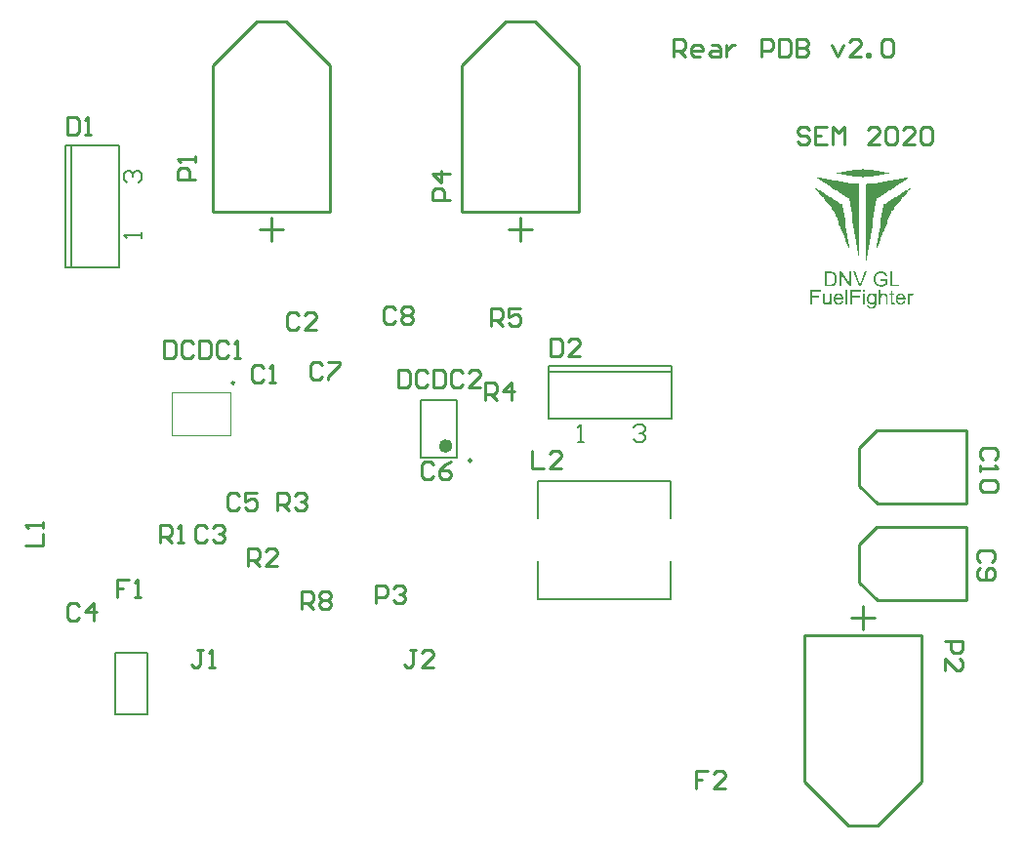
<source format=gto>
G04*
G04 #@! TF.GenerationSoftware,Altium Limited,Altium Designer,20.0.12 (288)*
G04*
G04 Layer_Color=65535*
%FSLAX25Y25*%
%MOIN*%
G70*
G01*
G75*
%ADD10C,0.00984*%
%ADD11C,0.02362*%
%ADD12C,0.01000*%
%ADD13C,0.00787*%
%ADD14C,0.00394*%
%ADD15C,0.00591*%
G36*
X374123Y260605D02*
X375877D01*
Y260313D01*
X377630D01*
Y260021D01*
X379384D01*
Y259728D01*
X381138D01*
Y259436D01*
X382891D01*
Y259144D01*
X381138D01*
Y258852D01*
X379384D01*
Y258559D01*
X377630D01*
Y258267D01*
X375877D01*
Y257975D01*
X374123D01*
Y257682D01*
X373539D01*
Y257975D01*
X371785D01*
Y258267D01*
X370031D01*
Y258559D01*
X368278D01*
Y258852D01*
X366524D01*
Y259144D01*
X364771D01*
Y259436D01*
X366524D01*
Y259728D01*
X368278D01*
Y260021D01*
X370031D01*
Y260313D01*
X371785D01*
Y260605D01*
X373539D01*
Y260897D01*
X374123D01*
Y260605D01*
D02*
G37*
G36*
X390198Y253883D02*
X389906D01*
Y253591D01*
X389614D01*
Y253298D01*
X389321D01*
Y253006D01*
X389029D01*
Y252714D01*
X388737D01*
Y252421D01*
Y252129D01*
X388444D01*
Y251837D01*
X388152D01*
Y251545D01*
X387860D01*
Y251252D01*
X387568D01*
Y250960D01*
X387275D01*
Y250668D01*
Y250376D01*
X386983D01*
Y250083D01*
X386691D01*
Y249791D01*
X386399D01*
Y249499D01*
X386106D01*
Y249207D01*
X385814D01*
Y248914D01*
Y248622D01*
X385522D01*
Y248330D01*
X385229D01*
Y248038D01*
X384937D01*
Y247745D01*
X384645D01*
Y247453D01*
X384353D01*
Y247161D01*
Y246868D01*
X384060D01*
Y246576D01*
X383768D01*
Y246284D01*
X383476D01*
Y245992D01*
Y245699D01*
Y245407D01*
X383184D01*
Y245115D01*
Y244823D01*
X382891D01*
Y244530D01*
Y244238D01*
Y243946D01*
X382599D01*
Y243653D01*
Y243361D01*
X382307D01*
Y243069D01*
Y242777D01*
Y242484D01*
X382014D01*
Y242192D01*
Y241900D01*
X381722D01*
Y241607D01*
Y241315D01*
Y241023D01*
X381430D01*
Y240731D01*
Y240438D01*
X381138D01*
Y240146D01*
Y239854D01*
Y239562D01*
X380845D01*
Y239269D01*
Y238977D01*
X380553D01*
Y238685D01*
Y238392D01*
Y238100D01*
X380261D01*
Y237808D01*
Y237516D01*
X379969D01*
Y237223D01*
Y236931D01*
Y236639D01*
X379676D01*
Y236347D01*
Y236054D01*
X379384D01*
Y235762D01*
Y235470D01*
Y235177D01*
X379092D01*
Y234885D01*
Y234593D01*
X378800D01*
Y234301D01*
Y234008D01*
Y233716D01*
X378507D01*
Y234008D01*
Y234301D01*
Y234593D01*
Y234885D01*
Y235177D01*
Y235470D01*
X378800D01*
Y235762D01*
Y236054D01*
Y236347D01*
Y236639D01*
Y236931D01*
Y237223D01*
X379092D01*
Y237516D01*
Y237808D01*
Y238100D01*
Y238392D01*
Y238685D01*
Y238977D01*
X379384D01*
Y239269D01*
Y239562D01*
Y239854D01*
Y240146D01*
Y240438D01*
X379676D01*
Y240731D01*
Y241023D01*
Y241315D01*
Y241607D01*
Y241900D01*
Y242192D01*
X379969D01*
Y242484D01*
Y242777D01*
Y243069D01*
Y243361D01*
Y243653D01*
Y243946D01*
X380261D01*
Y244238D01*
Y244530D01*
Y244823D01*
Y245115D01*
Y245407D01*
Y245699D01*
X380553D01*
Y245992D01*
Y246284D01*
Y246576D01*
Y246868D01*
Y247161D01*
Y247453D01*
X380845D01*
Y247745D01*
Y248038D01*
Y248330D01*
Y248622D01*
X381430D01*
Y248914D01*
X381722D01*
Y249207D01*
X382307D01*
Y249499D01*
X382599D01*
Y249791D01*
X383184D01*
Y250083D01*
X383476D01*
Y250376D01*
X384060D01*
Y250668D01*
X384645D01*
Y250960D01*
X384937D01*
Y251252D01*
X385522D01*
Y251545D01*
X385814D01*
Y251837D01*
X386399D01*
Y252129D01*
X386691D01*
Y252421D01*
X387275D01*
Y252714D01*
X387860D01*
Y253006D01*
X388152D01*
Y253298D01*
X388737D01*
Y253591D01*
X389029D01*
Y253883D01*
X389614D01*
Y254175D01*
X390198D01*
Y253883D01*
D02*
G37*
G36*
X358048D02*
X358633D01*
Y253591D01*
X358925D01*
Y253298D01*
X359510D01*
Y253006D01*
X359802D01*
Y252714D01*
X360386D01*
Y252421D01*
X360679D01*
Y252129D01*
X361263D01*
Y251837D01*
X361848D01*
Y251545D01*
X362140D01*
Y251252D01*
X362725D01*
Y250960D01*
X363017D01*
Y250668D01*
X363601D01*
Y250376D01*
X363894D01*
Y250083D01*
X364478D01*
Y249791D01*
X365063D01*
Y249499D01*
X365355D01*
Y249207D01*
X365940D01*
Y248914D01*
X366232D01*
Y248622D01*
X366816D01*
Y248330D01*
Y248038D01*
Y247745D01*
Y247453D01*
X367109D01*
Y247161D01*
Y246868D01*
Y246576D01*
Y246284D01*
Y245992D01*
Y245699D01*
X367401D01*
Y245407D01*
Y245115D01*
Y244823D01*
Y244530D01*
Y244238D01*
Y243946D01*
X367693D01*
Y243653D01*
Y243361D01*
Y243069D01*
Y242777D01*
Y242484D01*
Y242192D01*
X367986D01*
Y241900D01*
Y241607D01*
Y241315D01*
Y241023D01*
Y240731D01*
Y240438D01*
X368278D01*
Y240146D01*
Y239854D01*
Y239562D01*
Y239269D01*
Y238977D01*
Y238685D01*
X368570D01*
Y238392D01*
Y238100D01*
Y237808D01*
Y237516D01*
Y237223D01*
Y236931D01*
X368862D01*
Y236639D01*
Y236347D01*
Y236054D01*
Y235762D01*
Y235470D01*
Y235177D01*
X369155D01*
Y234885D01*
Y234593D01*
Y234301D01*
Y234008D01*
Y233716D01*
X368862D01*
Y234008D01*
Y234301D01*
X368570D01*
Y234593D01*
Y234885D01*
Y235177D01*
X368278D01*
Y235470D01*
Y235762D01*
X367986D01*
Y236054D01*
Y236347D01*
Y236639D01*
X367693D01*
Y236931D01*
Y237223D01*
X367401D01*
Y237516D01*
Y237808D01*
Y238100D01*
X367109D01*
Y238392D01*
Y238685D01*
X366816D01*
Y238977D01*
Y239269D01*
Y239562D01*
X366524D01*
Y239854D01*
Y240146D01*
X366232D01*
Y240438D01*
Y240731D01*
Y241023D01*
X365940D01*
Y241315D01*
Y241607D01*
X365647D01*
Y241900D01*
Y242192D01*
Y242484D01*
X365355D01*
Y242777D01*
Y243069D01*
X365063D01*
Y243361D01*
Y243653D01*
Y243946D01*
X364771D01*
Y244238D01*
Y244530D01*
X364478D01*
Y244823D01*
Y245115D01*
Y245407D01*
X364186D01*
Y245699D01*
Y245992D01*
X363894D01*
Y246284D01*
Y246576D01*
X363601D01*
Y246868D01*
X363309D01*
Y247161D01*
Y247453D01*
X363017D01*
Y247745D01*
X362725D01*
Y248038D01*
X362432D01*
Y248330D01*
X362140D01*
Y248622D01*
X361848D01*
Y248914D01*
Y249207D01*
X361556D01*
Y249499D01*
X361263D01*
Y249791D01*
X360971D01*
Y250083D01*
X360679D01*
Y250376D01*
X360386D01*
Y250668D01*
Y250960D01*
X360094D01*
Y251252D01*
X359802D01*
Y251545D01*
X359510D01*
Y251837D01*
X359217D01*
Y252129D01*
X358925D01*
Y252421D01*
Y252714D01*
X358633D01*
Y253006D01*
X358341D01*
Y253298D01*
X358048D01*
Y253591D01*
X357756D01*
Y253883D01*
X357464D01*
Y254175D01*
X358048D01*
Y253883D01*
D02*
G37*
G36*
X389321Y257390D02*
X388737D01*
Y257098D01*
X388444D01*
Y256806D01*
X387860D01*
Y256513D01*
X387568D01*
Y256221D01*
X386983D01*
Y255929D01*
X386691D01*
Y255637D01*
X386106D01*
Y255344D01*
X385814D01*
Y255052D01*
X385229D01*
Y254760D01*
X384937D01*
Y254467D01*
X384353D01*
Y254175D01*
X383768D01*
Y253883D01*
X383476D01*
Y253591D01*
X382891D01*
Y253298D01*
X382599D01*
Y253006D01*
X382014D01*
Y252714D01*
X381722D01*
Y252421D01*
X381138D01*
Y252129D01*
X380845D01*
Y251837D01*
X380261D01*
Y251545D01*
X379969D01*
Y251252D01*
X379384D01*
Y250960D01*
X379092D01*
Y250668D01*
X378507D01*
Y250376D01*
Y250083D01*
Y249791D01*
X378215D01*
Y249499D01*
Y249207D01*
Y248914D01*
Y248622D01*
Y248330D01*
Y248038D01*
X377923D01*
Y247745D01*
Y247453D01*
Y247161D01*
Y246868D01*
Y246576D01*
Y246284D01*
Y245992D01*
X377630D01*
Y245699D01*
Y245407D01*
Y245115D01*
Y244823D01*
Y244530D01*
Y244238D01*
X377338D01*
Y243946D01*
Y243653D01*
Y243361D01*
Y243069D01*
Y242777D01*
Y242484D01*
X377046D01*
Y242192D01*
Y241900D01*
Y241607D01*
Y241315D01*
Y241023D01*
Y240731D01*
Y240438D01*
X376754D01*
Y240146D01*
Y239854D01*
Y239562D01*
Y239269D01*
Y238977D01*
Y238685D01*
X376461D01*
Y238392D01*
Y238100D01*
Y237808D01*
Y237516D01*
Y237223D01*
Y236931D01*
Y236639D01*
X376169D01*
Y236347D01*
Y236054D01*
Y235762D01*
Y235470D01*
Y235177D01*
Y234885D01*
X375877D01*
Y234593D01*
Y234301D01*
Y234008D01*
Y233716D01*
Y233424D01*
Y233132D01*
X375585D01*
Y232839D01*
Y232547D01*
Y232255D01*
Y231962D01*
Y231670D01*
Y231378D01*
Y231086D01*
X375292D01*
Y230793D01*
Y230501D01*
Y230209D01*
Y229917D01*
Y229624D01*
Y229332D01*
X375000D01*
Y229624D01*
Y229917D01*
Y230209D01*
Y230501D01*
Y230793D01*
Y231086D01*
Y231378D01*
Y231670D01*
Y231962D01*
Y232255D01*
Y232547D01*
Y232839D01*
Y233132D01*
Y233424D01*
Y233716D01*
Y234008D01*
Y234301D01*
Y234593D01*
Y234885D01*
Y235177D01*
Y235470D01*
Y235762D01*
Y236054D01*
Y236347D01*
Y236639D01*
Y236931D01*
Y237223D01*
Y237516D01*
Y237808D01*
Y238100D01*
Y238392D01*
Y238685D01*
Y238977D01*
Y239269D01*
Y239562D01*
Y239854D01*
Y240146D01*
Y240438D01*
Y240731D01*
Y241023D01*
Y241315D01*
Y241607D01*
Y241900D01*
Y242192D01*
Y242484D01*
Y242777D01*
Y243069D01*
Y243361D01*
Y243653D01*
Y243946D01*
Y244238D01*
Y244530D01*
Y244823D01*
Y245115D01*
Y245407D01*
Y245699D01*
Y245992D01*
Y246284D01*
Y246576D01*
Y246868D01*
Y247161D01*
Y247453D01*
Y247745D01*
Y248038D01*
Y248330D01*
Y248622D01*
Y248914D01*
Y249207D01*
Y249499D01*
Y249791D01*
Y250083D01*
Y250376D01*
Y250668D01*
Y250960D01*
Y251252D01*
Y251545D01*
Y251837D01*
Y252129D01*
Y252421D01*
Y252714D01*
Y253006D01*
Y253298D01*
Y253591D01*
Y253883D01*
Y254175D01*
Y254467D01*
Y254760D01*
Y255052D01*
Y255344D01*
X375292D01*
Y255637D01*
X377046D01*
Y255929D01*
X378800D01*
Y256221D01*
X380553D01*
Y256513D01*
X382307D01*
Y256806D01*
X384060D01*
Y257098D01*
X386106D01*
Y257390D01*
X387860D01*
Y257682D01*
X389321D01*
Y257390D01*
D02*
G37*
G36*
X359802D02*
X361556D01*
Y257098D01*
X363309D01*
Y256806D01*
X365355D01*
Y256513D01*
X367109D01*
Y256221D01*
X368862D01*
Y255929D01*
X370616D01*
Y255637D01*
X372370D01*
Y255344D01*
X372662D01*
Y255052D01*
Y254760D01*
Y254467D01*
Y254175D01*
Y253883D01*
Y253591D01*
Y253298D01*
Y253006D01*
Y252714D01*
Y252421D01*
Y252129D01*
Y251837D01*
Y251545D01*
Y251252D01*
Y250960D01*
Y250668D01*
Y250376D01*
Y250083D01*
Y249791D01*
Y249499D01*
Y249207D01*
Y248914D01*
Y248622D01*
Y248330D01*
Y248038D01*
Y247745D01*
Y247453D01*
Y247161D01*
Y246868D01*
Y246576D01*
Y246284D01*
Y245992D01*
Y245699D01*
Y245407D01*
Y245115D01*
Y244823D01*
Y244530D01*
Y244238D01*
Y243946D01*
Y243653D01*
Y243361D01*
Y243069D01*
Y242777D01*
Y242484D01*
Y242192D01*
Y241900D01*
Y241607D01*
Y241315D01*
Y241023D01*
Y240731D01*
Y240438D01*
Y240146D01*
Y239854D01*
Y239562D01*
Y239269D01*
Y238977D01*
Y238685D01*
Y238392D01*
Y238100D01*
Y237808D01*
Y237516D01*
Y237223D01*
Y236931D01*
Y236639D01*
Y236347D01*
Y236054D01*
Y235762D01*
Y235470D01*
Y235177D01*
Y234885D01*
Y234593D01*
Y234301D01*
Y234008D01*
Y233716D01*
Y233424D01*
Y233132D01*
Y232839D01*
Y232547D01*
Y232255D01*
Y231962D01*
Y231670D01*
Y231378D01*
Y231086D01*
Y230793D01*
Y230501D01*
Y230209D01*
Y229917D01*
Y229624D01*
Y229332D01*
Y229040D01*
X372370D01*
Y229332D01*
Y229624D01*
Y229917D01*
Y230209D01*
Y230501D01*
Y230793D01*
Y231086D01*
X372077D01*
Y231378D01*
Y231670D01*
Y231962D01*
Y232255D01*
Y232547D01*
Y232839D01*
X371785D01*
Y233132D01*
Y233424D01*
Y233716D01*
Y234008D01*
Y234301D01*
Y234593D01*
Y234885D01*
X371493D01*
Y235177D01*
Y235470D01*
Y235762D01*
Y236054D01*
Y236347D01*
Y236639D01*
X371200D01*
Y236931D01*
Y237223D01*
Y237516D01*
Y237808D01*
Y238100D01*
Y238392D01*
X370908D01*
Y238685D01*
Y238977D01*
Y239269D01*
Y239562D01*
Y239854D01*
Y240146D01*
Y240438D01*
X370616D01*
Y240731D01*
Y241023D01*
Y241315D01*
Y241607D01*
Y241900D01*
Y242192D01*
X370324D01*
Y242484D01*
Y242777D01*
Y243069D01*
Y243361D01*
Y243653D01*
Y243946D01*
Y244238D01*
X370031D01*
Y244530D01*
Y244823D01*
Y245115D01*
Y245407D01*
Y245699D01*
Y245992D01*
X369739D01*
Y246284D01*
Y246576D01*
Y246868D01*
Y247161D01*
Y247453D01*
Y247745D01*
X369447D01*
Y248038D01*
Y248330D01*
Y248622D01*
Y248914D01*
Y249207D01*
Y249499D01*
Y249791D01*
X369155D01*
Y250083D01*
Y250376D01*
Y250668D01*
X368570D01*
Y250960D01*
X368278D01*
Y251252D01*
X367693D01*
Y251545D01*
X367401D01*
Y251837D01*
X366816D01*
Y252129D01*
X366524D01*
Y252421D01*
X365940D01*
Y252714D01*
X365647D01*
Y253006D01*
X365063D01*
Y253298D01*
X364478D01*
Y253591D01*
X364186D01*
Y253883D01*
X363601D01*
Y254175D01*
X363309D01*
Y254467D01*
X362725D01*
Y254760D01*
X362432D01*
Y255052D01*
X361848D01*
Y255344D01*
X361556D01*
Y255637D01*
X360971D01*
Y255929D01*
X360679D01*
Y256221D01*
X360094D01*
Y256513D01*
X359802D01*
Y256806D01*
X359217D01*
Y257098D01*
X358925D01*
Y257390D01*
X358341D01*
Y257682D01*
X359802D01*
Y257390D01*
D02*
G37*
G36*
X380129Y225746D02*
X380187D01*
X380326Y225731D01*
X380479Y225709D01*
X380639Y225673D01*
X380814Y225629D01*
X380982Y225571D01*
X380989D01*
X381003Y225564D01*
X381025Y225556D01*
X381054Y225542D01*
X381135Y225498D01*
X381237Y225447D01*
X381346Y225374D01*
X381463Y225287D01*
X381572Y225192D01*
X381674Y225075D01*
X381689Y225061D01*
X381718Y225017D01*
X381762Y224951D01*
X381820Y224856D01*
X381878Y224740D01*
X381944Y224594D01*
X382010Y224434D01*
X382061Y224251D01*
X381455Y224091D01*
Y224098D01*
X381448Y224106D01*
X381441Y224128D01*
X381434Y224157D01*
X381412Y224222D01*
X381382Y224310D01*
X381339Y224412D01*
X381288Y224506D01*
X381237Y224609D01*
X381171Y224696D01*
X381164Y224703D01*
X381142Y224732D01*
X381098Y224769D01*
X381047Y224820D01*
X380982Y224878D01*
X380894Y224937D01*
X380799Y224995D01*
X380690Y225046D01*
X380675Y225053D01*
X380639Y225068D01*
X380573Y225090D01*
X380486Y225119D01*
X380384Y225141D01*
X380267Y225163D01*
X380136Y225177D01*
X379997Y225184D01*
X379917D01*
X379881Y225177D01*
X379837D01*
X379728Y225170D01*
X379604Y225148D01*
X379465Y225126D01*
X379334Y225090D01*
X379203Y225039D01*
X379188Y225031D01*
X379145Y225017D01*
X379086Y224980D01*
X379013Y224944D01*
X378926Y224886D01*
X378831Y224827D01*
X378744Y224754D01*
X378663Y224674D01*
X378656Y224667D01*
X378627Y224638D01*
X378590Y224587D01*
X378547Y224528D01*
X378496Y224455D01*
X378445Y224368D01*
X378394Y224273D01*
X378343Y224171D01*
Y224164D01*
X378335Y224149D01*
X378328Y224128D01*
X378313Y224091D01*
X378299Y224047D01*
X378284Y223996D01*
X378262Y223938D01*
X378248Y223872D01*
X378211Y223719D01*
X378182Y223544D01*
X378160Y223362D01*
X378153Y223158D01*
Y223151D01*
Y223129D01*
Y223092D01*
X378160Y223048D01*
Y222990D01*
X378168Y222917D01*
X378175Y222844D01*
X378182Y222764D01*
X378211Y222582D01*
X378248Y222392D01*
X378306Y222203D01*
X378379Y222021D01*
Y222013D01*
X378394Y221999D01*
X378401Y221977D01*
X378423Y221948D01*
X378474Y221868D01*
X378554Y221765D01*
X378649Y221656D01*
X378765Y221547D01*
X378904Y221445D01*
X379057Y221350D01*
X379064D01*
X379079Y221343D01*
X379101Y221328D01*
X379137Y221314D01*
X379174Y221299D01*
X379225Y221284D01*
X379341Y221241D01*
X379487Y221204D01*
X379647Y221168D01*
X379822Y221139D01*
X380005Y221131D01*
X380078D01*
X380121Y221139D01*
X380165D01*
X380275Y221153D01*
X380406Y221168D01*
X380544Y221197D01*
X380697Y221241D01*
X380850Y221292D01*
X380858D01*
X380872Y221299D01*
X380887Y221306D01*
X380916Y221321D01*
X380996Y221357D01*
X381084Y221401D01*
X381186Y221452D01*
X381295Y221510D01*
X381397Y221576D01*
X381485Y221649D01*
Y222597D01*
X379997D01*
Y223194D01*
X382141D01*
Y221321D01*
X382133Y221314D01*
X382119Y221306D01*
X382090Y221284D01*
X382053Y221255D01*
X382010Y221226D01*
X381958Y221190D01*
X381893Y221146D01*
X381827Y221102D01*
X381674Y221007D01*
X381499Y220905D01*
X381317Y220811D01*
X381120Y220730D01*
X381113D01*
X381098Y220723D01*
X381069Y220716D01*
X381033Y220701D01*
X380982Y220687D01*
X380923Y220665D01*
X380858Y220650D01*
X380792Y220636D01*
X380632Y220599D01*
X380449Y220563D01*
X380253Y220541D01*
X380048Y220533D01*
X379976D01*
X379925Y220541D01*
X379859D01*
X379779Y220548D01*
X379691Y220563D01*
X379596Y220570D01*
X379385Y220614D01*
X379159Y220665D01*
X378926Y220745D01*
X378809Y220789D01*
X378693Y220847D01*
X378685Y220854D01*
X378663Y220862D01*
X378634Y220883D01*
X378590Y220905D01*
X378539Y220942D01*
X378488Y220978D01*
X378350Y221080D01*
X378204Y221212D01*
X378051Y221372D01*
X377905Y221554D01*
X377774Y221765D01*
Y221773D01*
X377759Y221795D01*
X377745Y221824D01*
X377723Y221875D01*
X377701Y221926D01*
X377679Y221999D01*
X377650Y222072D01*
X377621Y222159D01*
X377592Y222254D01*
X377563Y222363D01*
X377541Y222473D01*
X377519Y222589D01*
X377482Y222844D01*
X377468Y223114D01*
Y223121D01*
Y223151D01*
Y223187D01*
X377475Y223238D01*
Y223304D01*
X377482Y223384D01*
X377497Y223464D01*
X377504Y223559D01*
X377526Y223661D01*
X377541Y223770D01*
X377599Y224004D01*
X377672Y224244D01*
X377774Y224485D01*
X377781Y224492D01*
X377789Y224514D01*
X377803Y224543D01*
X377832Y224587D01*
X377861Y224645D01*
X377898Y224703D01*
X378000Y224842D01*
X378124Y225002D01*
X378277Y225155D01*
X378452Y225308D01*
X378554Y225374D01*
X378656Y225440D01*
X378663Y225447D01*
X378685Y225454D01*
X378714Y225469D01*
X378758Y225491D01*
X378817Y225513D01*
X378882Y225542D01*
X378955Y225571D01*
X379043Y225600D01*
X379137Y225629D01*
X379239Y225651D01*
X379349Y225680D01*
X379465Y225702D01*
X379720Y225739D01*
X379852Y225753D01*
X380085D01*
X380129Y225746D01*
D02*
G37*
G36*
X369857Y220621D02*
X369164D01*
X366526Y224579D01*
Y220621D01*
X365884D01*
Y225666D01*
X366569D01*
X369215Y221700D01*
Y225666D01*
X369857D01*
Y220621D01*
D02*
G37*
G36*
X373108D02*
X372409D01*
X370455Y225666D01*
X371184D01*
X372496Y221999D01*
Y221991D01*
X372503Y221977D01*
X372511Y221955D01*
X372525Y221926D01*
X372533Y221882D01*
X372547Y221838D01*
X372584Y221729D01*
X372627Y221605D01*
X372671Y221467D01*
X372759Y221175D01*
Y221182D01*
X372766Y221197D01*
X372773Y221219D01*
X372780Y221248D01*
X372802Y221328D01*
X372839Y221437D01*
X372875Y221561D01*
X372919Y221700D01*
X372970Y221846D01*
X373028Y221999D01*
X374399Y225666D01*
X375077D01*
X373108Y220621D01*
D02*
G37*
G36*
X383766Y221219D02*
X386252D01*
Y220621D01*
X383096D01*
Y225666D01*
X383766D01*
Y221219D01*
D02*
G37*
G36*
X362873Y225658D02*
X363019Y225651D01*
X363165Y225637D01*
X363311Y225615D01*
X363435Y225593D01*
X363442D01*
X363456Y225586D01*
X363478D01*
X363508Y225571D01*
X363588Y225549D01*
X363690Y225513D01*
X363806Y225462D01*
X363930Y225396D01*
X364054Y225323D01*
X364171Y225228D01*
X364178Y225221D01*
X364185Y225214D01*
X364207Y225192D01*
X364236Y225170D01*
X364309Y225097D01*
X364397Y224995D01*
X364492Y224871D01*
X364594Y224725D01*
X364688Y224558D01*
X364769Y224368D01*
Y224361D01*
X364776Y224346D01*
X364791Y224317D01*
X364798Y224273D01*
X364820Y224222D01*
X364834Y224164D01*
X364849Y224098D01*
X364871Y224018D01*
X364893Y223938D01*
X364907Y223843D01*
X364944Y223639D01*
X364966Y223413D01*
X364973Y223165D01*
Y223158D01*
Y223143D01*
Y223107D01*
Y223070D01*
X364966Y223019D01*
Y222961D01*
X364958Y222823D01*
X364936Y222662D01*
X364914Y222495D01*
X364878Y222320D01*
X364834Y222145D01*
Y222137D01*
X364827Y222123D01*
X364820Y222101D01*
X364812Y222072D01*
X364783Y221991D01*
X364739Y221889D01*
X364696Y221773D01*
X364637Y221656D01*
X364564Y221532D01*
X364492Y221416D01*
X364484Y221401D01*
X364455Y221365D01*
X364411Y221314D01*
X364353Y221248D01*
X364287Y221175D01*
X364207Y221102D01*
X364127Y221022D01*
X364032Y220956D01*
X364018Y220949D01*
X363989Y220927D01*
X363938Y220898D01*
X363865Y220862D01*
X363777Y220818D01*
X363675Y220781D01*
X363559Y220738D01*
X363427Y220701D01*
X363413D01*
X363391Y220694D01*
X363369Y220687D01*
X363296Y220679D01*
X363194Y220665D01*
X363077Y220650D01*
X362939Y220636D01*
X362786Y220628D01*
X362618Y220621D01*
X360803D01*
Y225666D01*
X362742D01*
X362873Y225658D01*
D02*
G37*
G36*
X374472Y218817D02*
X373852D01*
Y219525D01*
X374472D01*
Y218817D01*
D02*
G37*
G36*
X390604Y218212D02*
X390685Y218198D01*
X390779Y218169D01*
X390881Y218132D01*
X390998Y218081D01*
X391122Y218016D01*
X390896Y217447D01*
X390889Y217454D01*
X390860Y217469D01*
X390816Y217491D01*
X390757Y217512D01*
X390692Y217534D01*
X390612Y217556D01*
X390531Y217571D01*
X390451Y217578D01*
X390415D01*
X390378Y217571D01*
X390327Y217564D01*
X390276Y217549D01*
X390211Y217527D01*
X390145Y217498D01*
X390087Y217454D01*
X390079Y217447D01*
X390058Y217432D01*
X390036Y217403D01*
X389999Y217367D01*
X389963Y217316D01*
X389926Y217257D01*
X389890Y217192D01*
X389861Y217112D01*
X389854Y217097D01*
X389846Y217053D01*
X389832Y216988D01*
X389810Y216900D01*
X389788Y216791D01*
X389773Y216667D01*
X389766Y216536D01*
X389759Y216390D01*
Y214480D01*
X389139D01*
Y218139D01*
X389700D01*
Y217585D01*
X389708Y217593D01*
X389737Y217644D01*
X389773Y217709D01*
X389832Y217790D01*
X389890Y217870D01*
X389956Y217957D01*
X390021Y218030D01*
X390087Y218088D01*
X390094Y218096D01*
X390116Y218110D01*
X390160Y218132D01*
X390203Y218154D01*
X390262Y218176D01*
X390335Y218198D01*
X390408Y218212D01*
X390488Y218220D01*
X390539D01*
X390604Y218212D01*
D02*
G37*
G36*
X363085Y214480D02*
X362531D01*
Y215012D01*
X362523Y215005D01*
X362509Y214983D01*
X362487Y214954D01*
X362450Y214917D01*
X362407Y214874D01*
X362356Y214815D01*
X362297Y214764D01*
X362224Y214706D01*
X362144Y214648D01*
X362057Y214597D01*
X361962Y214545D01*
X361860Y214494D01*
X361743Y214458D01*
X361627Y214429D01*
X361495Y214407D01*
X361364Y214400D01*
X361313D01*
X361248Y214407D01*
X361167Y214414D01*
X361073Y214429D01*
X360970Y214451D01*
X360869Y214480D01*
X360759Y214524D01*
X360745Y214531D01*
X360715Y214545D01*
X360664Y214575D01*
X360606Y214611D01*
X360533Y214655D01*
X360468Y214706D01*
X360402Y214764D01*
X360344Y214830D01*
X360336Y214837D01*
X360322Y214866D01*
X360300Y214903D01*
X360271Y214961D01*
X360234Y215027D01*
X360205Y215107D01*
X360176Y215194D01*
X360154Y215289D01*
Y215296D01*
X360147Y215325D01*
X360139Y215369D01*
Y215428D01*
X360132Y215515D01*
X360125Y215610D01*
X360118Y215734D01*
Y215872D01*
Y218139D01*
X360737D01*
Y216106D01*
Y216098D01*
Y216084D01*
Y216062D01*
Y216025D01*
Y215945D01*
X360745Y215843D01*
Y215734D01*
X360752Y215624D01*
X360759Y215530D01*
X360774Y215449D01*
Y215442D01*
X360788Y215413D01*
X360803Y215369D01*
X360825Y215311D01*
X360861Y215253D01*
X360905Y215187D01*
X360956Y215129D01*
X361022Y215070D01*
X361029Y215063D01*
X361058Y215049D01*
X361094Y215027D01*
X361153Y215005D01*
X361218Y214976D01*
X361299Y214954D01*
X361386Y214939D01*
X361488Y214932D01*
X361539D01*
X361590Y214939D01*
X361656Y214946D01*
X361736Y214968D01*
X361824Y214990D01*
X361918Y215027D01*
X362013Y215070D01*
X362028Y215078D01*
X362057Y215100D01*
X362101Y215129D01*
X362152Y215172D01*
X362210Y215231D01*
X362268Y215296D01*
X362319Y215369D01*
X362363Y215457D01*
X362370Y215471D01*
X362378Y215500D01*
X362392Y215559D01*
X362414Y215639D01*
X362436Y215741D01*
X362450Y215865D01*
X362458Y216011D01*
X362465Y216178D01*
Y218139D01*
X363085D01*
Y214480D01*
D02*
G37*
G36*
X379961Y217717D02*
X379968Y217724D01*
X379983Y217739D01*
X380005Y217760D01*
X380041Y217797D01*
X380078Y217833D01*
X380129Y217877D01*
X380194Y217921D01*
X380260Y217972D01*
X380333Y218016D01*
X380413Y218059D01*
X380603Y218139D01*
X380705Y218176D01*
X380814Y218198D01*
X380931Y218212D01*
X381047Y218220D01*
X381113D01*
X381193Y218212D01*
X381288Y218198D01*
X381397Y218183D01*
X381514Y218154D01*
X381630Y218110D01*
X381747Y218059D01*
X381762Y218052D01*
X381798Y218030D01*
X381849Y217994D01*
X381915Y217943D01*
X381980Y217877D01*
X382053Y217804D01*
X382119Y217717D01*
X382177Y217615D01*
X382184Y217600D01*
X382199Y217564D01*
X382221Y217498D01*
X382243Y217403D01*
X382265Y217286D01*
X382287Y217148D01*
X382301Y216980D01*
X382308Y216791D01*
Y214480D01*
X381689D01*
Y216798D01*
Y216805D01*
Y216820D01*
Y216842D01*
Y216871D01*
X381681Y216951D01*
X381667Y217053D01*
X381638Y217163D01*
X381601Y217272D01*
X381550Y217381D01*
X381485Y217469D01*
X381477Y217476D01*
X381448Y217505D01*
X381404Y217542D01*
X381339Y217578D01*
X381259Y217622D01*
X381164Y217651D01*
X381047Y217680D01*
X380916Y217688D01*
X380872D01*
X380821Y217680D01*
X380748Y217673D01*
X380675Y217651D01*
X380588Y217629D01*
X380501Y217593D01*
X380406Y217542D01*
X380398Y217534D01*
X380369Y217512D01*
X380326Y217483D01*
X380275Y217440D01*
X380216Y217381D01*
X380158Y217316D01*
X380107Y217235D01*
X380063Y217148D01*
X380056Y217133D01*
X380048Y217104D01*
X380034Y217046D01*
X380012Y216973D01*
X379990Y216878D01*
X379976Y216762D01*
X379968Y216630D01*
X379961Y216477D01*
Y214480D01*
X379341D01*
Y219525D01*
X379961D01*
Y217717D01*
D02*
G37*
G36*
X374472Y214480D02*
X373852D01*
Y218139D01*
X374472D01*
Y214480D01*
D02*
G37*
G36*
X373065Y218927D02*
X370324D01*
Y217367D01*
X372693D01*
Y216769D01*
X370324D01*
Y214480D01*
X369653D01*
Y219525D01*
X373065D01*
Y218927D01*
D02*
G37*
G36*
X368581Y214480D02*
X367962D01*
Y219525D01*
X368581D01*
Y214480D01*
D02*
G37*
G36*
X359345Y218927D02*
X356604D01*
Y217367D01*
X358973D01*
Y216769D01*
X356604D01*
Y214480D01*
X355933D01*
Y219525D01*
X359345D01*
Y218927D01*
D02*
G37*
G36*
X383985Y218139D02*
X384612D01*
Y217658D01*
X383985D01*
Y215508D01*
Y215493D01*
Y215464D01*
Y215420D01*
X383992Y215369D01*
X384000Y215253D01*
X384007Y215202D01*
X384014Y215165D01*
X384021Y215151D01*
X384043Y215121D01*
X384073Y215085D01*
X384124Y215049D01*
X384138Y215041D01*
X384175Y215027D01*
X384240Y215012D01*
X384335Y215005D01*
X384408D01*
X384444Y215012D01*
X384495D01*
X384554Y215019D01*
X384612Y215027D01*
X384692Y214480D01*
X384678D01*
X384648Y214473D01*
X384597Y214465D01*
X384532Y214458D01*
X384459Y214443D01*
X384379Y214436D01*
X384218Y214429D01*
X384160D01*
X384102Y214436D01*
X384029Y214443D01*
X383941Y214451D01*
X383854Y214473D01*
X383774Y214494D01*
X383694Y214531D01*
X383686Y214538D01*
X383664Y214553D01*
X383635Y214575D01*
X383591Y214611D01*
X383555Y214648D01*
X383511Y214699D01*
X383468Y214750D01*
X383438Y214815D01*
Y214823D01*
X383424Y214852D01*
X383416Y214903D01*
X383402Y214976D01*
X383387Y215070D01*
X383380Y215129D01*
Y215194D01*
X383373Y215275D01*
X383365Y215355D01*
Y215442D01*
Y215544D01*
Y217658D01*
X382906D01*
Y218139D01*
X383365D01*
Y219043D01*
X383985Y219415D01*
Y218139D01*
D02*
G37*
G36*
X386843Y218212D02*
X386901Y218205D01*
X386974Y218191D01*
X387054Y218176D01*
X387149Y218154D01*
X387236Y218132D01*
X387338Y218096D01*
X387433Y218059D01*
X387535Y218008D01*
X387637Y217950D01*
X387739Y217884D01*
X387834Y217804D01*
X387922Y217717D01*
X387929Y217709D01*
X387944Y217695D01*
X387965Y217666D01*
X387995Y217622D01*
X388031Y217571D01*
X388068Y217512D01*
X388111Y217440D01*
X388155Y217352D01*
X388199Y217257D01*
X388242Y217155D01*
X388279Y217039D01*
X388315Y216915D01*
X388345Y216776D01*
X388366Y216630D01*
X388381Y216477D01*
X388388Y216310D01*
Y216302D01*
Y216273D01*
Y216222D01*
X388381Y216149D01*
X385647D01*
Y216142D01*
Y216120D01*
X385654Y216091D01*
Y216047D01*
X385662Y215996D01*
X385676Y215938D01*
X385698Y215807D01*
X385742Y215661D01*
X385800Y215500D01*
X385880Y215355D01*
X385982Y215224D01*
X385990D01*
X385997Y215209D01*
X386041Y215172D01*
X386106Y215121D01*
X386194Y215070D01*
X386311Y215012D01*
X386442Y214961D01*
X386588Y214925D01*
X386668Y214917D01*
X386755Y214910D01*
X386814D01*
X386879Y214917D01*
X386959Y214932D01*
X387047Y214954D01*
X387149Y214983D01*
X387244Y215027D01*
X387338Y215085D01*
X387346Y215092D01*
X387382Y215121D01*
X387426Y215165D01*
X387477Y215224D01*
X387535Y215304D01*
X387601Y215406D01*
X387667Y215522D01*
X387725Y215661D01*
X388366Y215581D01*
Y215573D01*
X388359Y215559D01*
X388352Y215530D01*
X388337Y215486D01*
X388315Y215442D01*
X388294Y215384D01*
X388235Y215260D01*
X388162Y215121D01*
X388060Y214976D01*
X387944Y214837D01*
X387798Y214706D01*
X387790D01*
X387776Y214691D01*
X387754Y214677D01*
X387725Y214655D01*
X387681Y214633D01*
X387637Y214611D01*
X387579Y214582D01*
X387513Y214553D01*
X387440Y214524D01*
X387368Y214494D01*
X387185Y214451D01*
X386981Y214414D01*
X386755Y214400D01*
X386675D01*
X386624Y214407D01*
X386558Y214414D01*
X386478Y214429D01*
X386391Y214443D01*
X386296Y214458D01*
X386092Y214516D01*
X385982Y214560D01*
X385880Y214604D01*
X385771Y214662D01*
X385669Y214728D01*
X385574Y214801D01*
X385479Y214888D01*
X385472Y214895D01*
X385458Y214910D01*
X385436Y214939D01*
X385407Y214983D01*
X385370Y215034D01*
X385334Y215092D01*
X385290Y215165D01*
X385246Y215245D01*
X385203Y215340D01*
X385159Y215442D01*
X385122Y215559D01*
X385086Y215683D01*
X385057Y215814D01*
X385035Y215960D01*
X385020Y216113D01*
X385013Y216273D01*
Y216281D01*
Y216317D01*
Y216361D01*
X385020Y216426D01*
X385028Y216507D01*
X385035Y216594D01*
X385049Y216696D01*
X385071Y216798D01*
X385130Y217031D01*
X385166Y217148D01*
X385210Y217272D01*
X385268Y217389D01*
X385334Y217498D01*
X385407Y217607D01*
X385487Y217709D01*
X385494Y217717D01*
X385509Y217731D01*
X385538Y217753D01*
X385574Y217790D01*
X385618Y217826D01*
X385676Y217870D01*
X385742Y217921D01*
X385822Y217965D01*
X385902Y218016D01*
X385997Y218059D01*
X386099Y218103D01*
X386209Y218139D01*
X386325Y218176D01*
X386449Y218198D01*
X386580Y218212D01*
X386719Y218220D01*
X386792D01*
X386843Y218212D01*
D02*
G37*
G36*
X365673D02*
X365731Y218205D01*
X365804Y218191D01*
X365884Y218176D01*
X365979Y218154D01*
X366066Y218132D01*
X366168Y218096D01*
X366263Y218059D01*
X366365Y218008D01*
X366467Y217950D01*
X366569Y217884D01*
X366664Y217804D01*
X366752Y217717D01*
X366759Y217709D01*
X366773Y217695D01*
X366795Y217666D01*
X366824Y217622D01*
X366861Y217571D01*
X366897Y217512D01*
X366941Y217440D01*
X366985Y217352D01*
X367028Y217257D01*
X367072Y217155D01*
X367109Y217039D01*
X367145Y216915D01*
X367174Y216776D01*
X367196Y216630D01*
X367211Y216477D01*
X367218Y216310D01*
Y216302D01*
Y216273D01*
Y216222D01*
X367211Y216149D01*
X364477D01*
Y216142D01*
Y216120D01*
X364484Y216091D01*
Y216047D01*
X364492Y215996D01*
X364506Y215938D01*
X364528Y215807D01*
X364572Y215661D01*
X364630Y215500D01*
X364710Y215355D01*
X364812Y215224D01*
X364820D01*
X364827Y215209D01*
X364871Y215172D01*
X364936Y215121D01*
X365024Y215070D01*
X365140Y215012D01*
X365272Y214961D01*
X365417Y214925D01*
X365498Y214917D01*
X365585Y214910D01*
X365643D01*
X365709Y214917D01*
X365789Y214932D01*
X365877Y214954D01*
X365979Y214983D01*
X366073Y215027D01*
X366168Y215085D01*
X366176Y215092D01*
X366212Y215121D01*
X366256Y215165D01*
X366307Y215224D01*
X366365Y215304D01*
X366431Y215406D01*
X366496Y215522D01*
X366555Y215661D01*
X367196Y215581D01*
Y215573D01*
X367189Y215559D01*
X367182Y215530D01*
X367167Y215486D01*
X367145Y215442D01*
X367123Y215384D01*
X367065Y215260D01*
X366992Y215121D01*
X366890Y214976D01*
X366773Y214837D01*
X366628Y214706D01*
X366620D01*
X366606Y214691D01*
X366584Y214677D01*
X366555Y214655D01*
X366511Y214633D01*
X366467Y214611D01*
X366409Y214582D01*
X366343Y214553D01*
X366270Y214524D01*
X366197Y214494D01*
X366015Y214451D01*
X365811Y214414D01*
X365585Y214400D01*
X365505D01*
X365454Y214407D01*
X365388Y214414D01*
X365308Y214429D01*
X365221Y214443D01*
X365126Y214458D01*
X364922Y214516D01*
X364812Y214560D01*
X364710Y214604D01*
X364601Y214662D01*
X364499Y214728D01*
X364404Y214801D01*
X364309Y214888D01*
X364302Y214895D01*
X364287Y214910D01*
X364266Y214939D01*
X364236Y214983D01*
X364200Y215034D01*
X364164Y215092D01*
X364120Y215165D01*
X364076Y215245D01*
X364032Y215340D01*
X363989Y215442D01*
X363952Y215559D01*
X363916Y215683D01*
X363886Y215814D01*
X363865Y215960D01*
X363850Y216113D01*
X363843Y216273D01*
Y216281D01*
Y216317D01*
Y216361D01*
X363850Y216426D01*
X363857Y216507D01*
X363865Y216594D01*
X363879Y216696D01*
X363901Y216798D01*
X363959Y217031D01*
X363996Y217148D01*
X364040Y217272D01*
X364098Y217389D01*
X364164Y217498D01*
X364236Y217607D01*
X364317Y217709D01*
X364324Y217717D01*
X364338Y217731D01*
X364368Y217753D01*
X364404Y217790D01*
X364448Y217826D01*
X364506Y217870D01*
X364572Y217921D01*
X364652Y217965D01*
X364732Y218016D01*
X364827Y218059D01*
X364929Y218103D01*
X365038Y218139D01*
X365155Y218176D01*
X365279Y218198D01*
X365410Y218212D01*
X365549Y218220D01*
X365622D01*
X365673Y218212D01*
D02*
G37*
G36*
X376870D02*
X376921Y218205D01*
X376987Y218191D01*
X377060Y218176D01*
X377140Y218154D01*
X377220Y218125D01*
X377307Y218088D01*
X377395Y218045D01*
X377490Y217994D01*
X377577Y217935D01*
X377665Y217862D01*
X377752Y217782D01*
X377832Y217688D01*
Y218139D01*
X378401D01*
Y214976D01*
Y214968D01*
Y214939D01*
Y214895D01*
Y214837D01*
X378394Y214772D01*
Y214691D01*
X378386Y214604D01*
X378379Y214509D01*
X378357Y214312D01*
X378328Y214108D01*
X378306Y214013D01*
X378284Y213926D01*
X378255Y213846D01*
X378226Y213773D01*
Y213766D01*
X378219Y213758D01*
X378189Y213714D01*
X378153Y213649D01*
X378095Y213569D01*
X378015Y213481D01*
X377920Y213386D01*
X377803Y213292D01*
X377672Y213211D01*
X377665D01*
X377657Y213204D01*
X377636Y213190D01*
X377606Y213182D01*
X377570Y213160D01*
X377526Y213146D01*
X377417Y213109D01*
X377286Y213066D01*
X377125Y213036D01*
X376943Y213007D01*
X376746Y213000D01*
X376680D01*
X376637Y213007D01*
X376578D01*
X376520Y213015D01*
X376447Y213022D01*
X376367Y213036D01*
X376199Y213073D01*
X376024Y213124D01*
X375849Y213197D01*
X375689Y213299D01*
X375682Y213306D01*
X375675Y213314D01*
X375623Y213357D01*
X375565Y213423D01*
X375492Y213518D01*
X375419Y213642D01*
X375354Y213795D01*
X375332Y213882D01*
X375317Y213977D01*
X375303Y214072D01*
Y214181D01*
X375908Y214101D01*
Y214086D01*
X375915Y214057D01*
X375930Y214006D01*
X375944Y213940D01*
X375973Y213875D01*
X376010Y213809D01*
X376054Y213744D01*
X376112Y213692D01*
X376127Y213685D01*
X376156Y213663D01*
X376207Y213634D01*
X376279Y213605D01*
X376367Y213569D01*
X376476Y213540D01*
X376608Y213518D01*
X376746Y213510D01*
X376819D01*
X376892Y213518D01*
X376994Y213532D01*
X377096Y213554D01*
X377205Y213583D01*
X377315Y213627D01*
X377410Y213685D01*
X377417Y213692D01*
X377446Y213714D01*
X377490Y213758D01*
X377541Y213809D01*
X377592Y213882D01*
X377643Y213962D01*
X377694Y214057D01*
X377730Y214166D01*
Y214174D01*
X377737Y214203D01*
X377745Y214261D01*
X377752Y214334D01*
X377759Y214385D01*
Y214443D01*
X377767Y214509D01*
Y214582D01*
Y214662D01*
X377774Y214757D01*
Y214852D01*
Y214961D01*
X377767Y214954D01*
X377752Y214939D01*
X377730Y214917D01*
X377701Y214888D01*
X377665Y214852D01*
X377614Y214808D01*
X377555Y214764D01*
X377497Y214720D01*
X377344Y214633D01*
X377176Y214553D01*
X377081Y214524D01*
X376979Y214502D01*
X376870Y214487D01*
X376761Y214480D01*
X376724D01*
X376688Y214487D01*
X376637D01*
X376571Y214494D01*
X376498Y214509D01*
X376418Y214524D01*
X376331Y214545D01*
X376236Y214575D01*
X376141Y214611D01*
X376046Y214655D01*
X375944Y214706D01*
X375849Y214772D01*
X375755Y214844D01*
X375667Y214925D01*
X375587Y215019D01*
X375580Y215027D01*
X375572Y215041D01*
X375551Y215078D01*
X375521Y215114D01*
X375492Y215172D01*
X375456Y215231D01*
X375419Y215304D01*
X375383Y215391D01*
X375346Y215479D01*
X375310Y215581D01*
X375273Y215683D01*
X375244Y215799D01*
X375193Y216047D01*
X375186Y216186D01*
X375179Y216324D01*
Y216332D01*
Y216346D01*
Y216375D01*
Y216412D01*
X375186Y216463D01*
Y216514D01*
X375201Y216645D01*
X375222Y216791D01*
X375259Y216951D01*
X375303Y217119D01*
X375368Y217286D01*
Y217294D01*
X375376Y217308D01*
X375390Y217330D01*
X375405Y217359D01*
X375448Y217440D01*
X375507Y217542D01*
X375587Y217651D01*
X375682Y217760D01*
X375791Y217877D01*
X375915Y217972D01*
X375922D01*
X375930Y217979D01*
X375952Y217994D01*
X375981Y218008D01*
X376054Y218052D01*
X376156Y218096D01*
X376279Y218139D01*
X376425Y218183D01*
X376586Y218212D01*
X376761Y218220D01*
X376826D01*
X376870Y218212D01*
D02*
G37*
%LPC*%
G36*
X362640Y225068D02*
X361473D01*
Y221219D01*
X362669D01*
X362720Y221226D01*
X362829Y221233D01*
X362953Y221241D01*
X363085Y221255D01*
X363216Y221277D01*
X363325Y221306D01*
X363340Y221314D01*
X363376Y221321D01*
X363427Y221343D01*
X363493Y221372D01*
X363566Y221416D01*
X363639Y221459D01*
X363712Y221510D01*
X363785Y221569D01*
X363792Y221583D01*
X363821Y221612D01*
X363865Y221663D01*
X363916Y221736D01*
X363974Y221831D01*
X364040Y221940D01*
X364098Y222064D01*
X364149Y222203D01*
Y222210D01*
X364156Y222225D01*
X364164Y222247D01*
X364171Y222276D01*
X364178Y222312D01*
X364193Y222363D01*
X364207Y222414D01*
X364222Y222473D01*
X364244Y222618D01*
X364266Y222786D01*
X364280Y222976D01*
X364287Y223180D01*
Y223187D01*
Y223216D01*
Y223253D01*
X364280Y223311D01*
Y223377D01*
X364273Y223449D01*
X364266Y223537D01*
X364258Y223624D01*
X364222Y223821D01*
X364178Y224025D01*
X364112Y224215D01*
X364069Y224310D01*
X364025Y224390D01*
Y224397D01*
X364011Y224412D01*
X363996Y224434D01*
X363981Y224463D01*
X363923Y224536D01*
X363850Y224623D01*
X363755Y224718D01*
X363646Y224813D01*
X363522Y224893D01*
X363391Y224958D01*
X363376Y224966D01*
X363340Y224973D01*
X363274Y224995D01*
X363179Y225017D01*
X363063Y225031D01*
X362917Y225053D01*
X362829Y225061D01*
X362735D01*
X362640Y225068D01*
D02*
G37*
G36*
X386726Y217709D02*
X386682D01*
X386653Y217702D01*
X386573Y217695D01*
X386478Y217673D01*
X386362Y217636D01*
X386238Y217585D01*
X386121Y217512D01*
X386004Y217418D01*
X385990Y217403D01*
X385961Y217367D01*
X385910Y217301D01*
X385859Y217214D01*
X385800Y217112D01*
X385749Y216980D01*
X385705Y216827D01*
X385684Y216660D01*
X387732D01*
Y216667D01*
Y216681D01*
X387725Y216703D01*
Y216733D01*
X387710Y216820D01*
X387688Y216915D01*
X387652Y217031D01*
X387615Y217141D01*
X387557Y217250D01*
X387492Y217345D01*
Y217352D01*
X387477Y217359D01*
X387440Y217403D01*
X387375Y217461D01*
X387287Y217527D01*
X387178Y217593D01*
X387047Y217651D01*
X386894Y217695D01*
X386814Y217702D01*
X386726Y217709D01*
D02*
G37*
G36*
X365556D02*
X365512D01*
X365483Y217702D01*
X365403Y217695D01*
X365308Y217673D01*
X365191Y217636D01*
X365068Y217585D01*
X364951Y217512D01*
X364834Y217418D01*
X364820Y217403D01*
X364791Y217367D01*
X364739Y217301D01*
X364688Y217214D01*
X364630Y217112D01*
X364579Y216980D01*
X364535Y216827D01*
X364513Y216660D01*
X366562D01*
Y216667D01*
Y216681D01*
X366555Y216703D01*
Y216733D01*
X366540Y216820D01*
X366518Y216915D01*
X366482Y217031D01*
X366445Y217141D01*
X366387Y217250D01*
X366321Y217345D01*
Y217352D01*
X366307Y217359D01*
X366270Y217403D01*
X366205Y217461D01*
X366117Y217527D01*
X366008Y217593D01*
X365877Y217651D01*
X365724Y217695D01*
X365643Y217702D01*
X365556Y217709D01*
D02*
G37*
G36*
X376885D02*
X376768D01*
X376739Y217702D01*
X376659Y217695D01*
X376564Y217666D01*
X376447Y217629D01*
X376331Y217564D01*
X376214Y217483D01*
X376156Y217425D01*
X376097Y217367D01*
Y217359D01*
X376083Y217352D01*
X376068Y217330D01*
X376054Y217301D01*
X376032Y217272D01*
X376010Y217228D01*
X375981Y217177D01*
X375959Y217119D01*
X375930Y217053D01*
X375901Y216973D01*
X375879Y216893D01*
X375857Y216805D01*
X375842Y216703D01*
X375828Y216601D01*
X375813Y216492D01*
Y216368D01*
Y216361D01*
Y216339D01*
Y216302D01*
X375820Y216251D01*
Y216193D01*
X375828Y216120D01*
X375849Y215967D01*
X375886Y215792D01*
X375930Y215624D01*
X376003Y215457D01*
X376046Y215384D01*
X376097Y215318D01*
X376112Y215304D01*
X376148Y215267D01*
X376207Y215216D01*
X376294Y215158D01*
X376396Y215092D01*
X376520Y215041D01*
X376659Y215005D01*
X376731Y214998D01*
X376812Y214990D01*
X376855D01*
X376885Y214998D01*
X376965Y215005D01*
X377067Y215034D01*
X377176Y215070D01*
X377300Y215129D01*
X377417Y215209D01*
X377475Y215260D01*
X377533Y215318D01*
Y215325D01*
X377548Y215333D01*
X377563Y215355D01*
X377577Y215384D01*
X377599Y215413D01*
X377628Y215457D01*
X377650Y215508D01*
X377679Y215573D01*
X377708Y215639D01*
X377730Y215712D01*
X377759Y215799D01*
X377781Y215894D01*
X377796Y215989D01*
X377810Y216098D01*
X377825Y216222D01*
Y216346D01*
Y216353D01*
Y216375D01*
Y216412D01*
X377818Y216456D01*
Y216514D01*
X377810Y216579D01*
X377789Y216725D01*
X377752Y216893D01*
X377701Y217060D01*
X377628Y217228D01*
X377577Y217301D01*
X377526Y217367D01*
Y217374D01*
X377512Y217381D01*
X377475Y217418D01*
X377410Y217476D01*
X377322Y217542D01*
X377220Y217600D01*
X377096Y217658D01*
X376958Y217695D01*
X376885Y217709D01*
D02*
G37*
%LPD*%
D10*
X240220Y161153D02*
G03*
X240220Y161153I-492J0D01*
G01*
D11*
X232543Y166095D02*
G03*
X232543Y166095I-1181J0D01*
G01*
D12*
X159181Y187756D02*
G03*
X159181Y187756I-394J0D01*
G01*
X257000Y236016D02*
Y244016D01*
X253000Y240016D02*
X261000D01*
X277000Y246000D02*
Y296000D01*
X262000Y311000D02*
X277000Y296000D01*
X252000Y311000D02*
X262000D01*
X237000Y296000D02*
X252000Y311000D01*
X237000Y246000D02*
Y296000D01*
Y246000D02*
X277000D01*
X374000Y103484D02*
Y111484D01*
X370000Y107484D02*
X378000D01*
X354000Y51500D02*
Y101500D01*
Y51500D02*
X369000Y36500D01*
X379000D01*
X394000Y51500D01*
Y101500D01*
X354000D02*
X394000D01*
X172000Y236016D02*
Y244016D01*
X168000Y240016D02*
X176000D01*
X192000Y246000D02*
Y296000D01*
X177000Y311000D02*
X192000Y296000D01*
X167000Y311000D02*
X177000D01*
X152000Y296000D02*
X167000Y311000D01*
X152000Y246000D02*
Y296000D01*
Y246000D02*
X192000D01*
X378638Y171492D02*
X409200D01*
Y146295D02*
Y171492D01*
X372437Y152594D02*
Y165291D01*
X378638Y171492D01*
X378736Y146295D02*
X409200D01*
X372437Y152594D02*
X378736Y146295D01*
X378638Y138492D02*
X409200D01*
Y113295D02*
Y138492D01*
X372437Y119595D02*
Y132291D01*
X378638Y138492D01*
X378736Y113295D02*
X409200D01*
X372437Y119595D02*
X378736Y113295D01*
X309055Y299213D02*
Y305211D01*
X312054D01*
X313054Y304211D01*
Y302212D01*
X312054Y301212D01*
X309055D01*
X311054D02*
X313054Y299213D01*
X318052D02*
X316053D01*
X315053Y300212D01*
Y302212D01*
X316053Y303211D01*
X318052D01*
X319052Y302212D01*
Y301212D01*
X315053D01*
X322051Y303211D02*
X324050D01*
X325050Y302212D01*
Y299213D01*
X322051D01*
X321051Y300212D01*
X322051Y301212D01*
X325050D01*
X327049Y303211D02*
Y299213D01*
Y301212D01*
X328049Y302212D01*
X329049Y303211D01*
X330048D01*
X339045Y299213D02*
Y305211D01*
X342044D01*
X343044Y304211D01*
Y302212D01*
X342044Y301212D01*
X339045D01*
X345043Y305211D02*
Y299213D01*
X348042D01*
X349042Y300212D01*
Y304211D01*
X348042Y305211D01*
X345043D01*
X351042D02*
Y299213D01*
X354041D01*
X355040Y300212D01*
Y301212D01*
X354041Y302212D01*
X351042D01*
X354041D01*
X355040Y303211D01*
Y304211D01*
X354041Y305211D01*
X351042D01*
X363038Y303211D02*
X365037Y299213D01*
X367036Y303211D01*
X373034Y299213D02*
X369036D01*
X373034Y303211D01*
Y304211D01*
X372035Y305211D01*
X370035D01*
X369036Y304211D01*
X375034Y299213D02*
Y300212D01*
X376033D01*
Y299213D01*
X375034D01*
X380032Y304211D02*
X381032Y305211D01*
X383031D01*
X384031Y304211D01*
Y300212D01*
X383031Y299213D01*
X381032D01*
X380032Y300212D01*
Y304211D01*
X355599Y274198D02*
X354599Y275198D01*
X352600D01*
X351600Y274198D01*
Y273199D01*
X352600Y272199D01*
X354599D01*
X355599Y271199D01*
Y270200D01*
X354599Y269200D01*
X352600D01*
X351600Y270200D01*
X361597Y275198D02*
X357598D01*
Y269200D01*
X361597D01*
X357598Y272199D02*
X359597D01*
X363596Y269200D02*
Y275198D01*
X365596Y273199D01*
X367595Y275198D01*
Y269200D01*
X379591D02*
X375592D01*
X379591Y273199D01*
Y274198D01*
X378591Y275198D01*
X376592D01*
X375592Y274198D01*
X381590D02*
X382590Y275198D01*
X384589D01*
X385589Y274198D01*
Y270200D01*
X384589Y269200D01*
X382590D01*
X381590Y270200D01*
Y274198D01*
X391587Y269200D02*
X387588D01*
X391587Y273199D01*
Y274198D01*
X390587Y275198D01*
X388588D01*
X387588Y274198D01*
X393586D02*
X394586Y275198D01*
X396585D01*
X397585Y274198D01*
Y270200D01*
X396585Y269200D01*
X394586D01*
X393586Y270200D01*
Y274198D01*
X321000Y54999D02*
X317002D01*
Y52000D01*
X319001D01*
X317002D01*
Y49001D01*
X326998D02*
X323000D01*
X326998Y53000D01*
Y53999D01*
X325999Y54999D01*
X323999D01*
X323000Y53999D01*
X260700Y164398D02*
Y158400D01*
X264699D01*
X270697D02*
X266698D01*
X270697Y162399D01*
Y163398D01*
X269697Y164398D01*
X267698D01*
X266698Y163398D01*
X182258Y110600D02*
Y116598D01*
X185257D01*
X186257Y115598D01*
Y113599D01*
X185257Y112599D01*
X182258D01*
X184258D02*
X186257Y110600D01*
X188256Y115598D02*
X189256Y116598D01*
X191255D01*
X192255Y115598D01*
Y114599D01*
X191255Y113599D01*
X192255Y112599D01*
Y111600D01*
X191255Y110600D01*
X189256D01*
X188256Y111600D01*
Y112599D01*
X189256Y113599D01*
X188256Y114599D01*
Y115598D01*
X189256Y113599D02*
X191255D01*
X246900Y207100D02*
Y213098D01*
X249899D01*
X250899Y212098D01*
Y210099D01*
X249899Y209099D01*
X246900D01*
X248899D02*
X250899Y207100D01*
X256897Y213098D02*
X252898D01*
Y210099D01*
X254897Y211099D01*
X255897D01*
X256897Y210099D01*
Y208100D01*
X255897Y207100D01*
X253898D01*
X252898Y208100D01*
X244900Y181800D02*
Y187798D01*
X247899D01*
X248899Y186798D01*
Y184799D01*
X247899Y183799D01*
X244900D01*
X246899D02*
X248899Y181800D01*
X253897D02*
Y187798D01*
X250898Y184799D01*
X254897D01*
X174000Y144000D02*
Y149998D01*
X176999D01*
X177999Y148998D01*
Y146999D01*
X176999Y145999D01*
X174000D01*
X175999D02*
X177999Y144000D01*
X179998Y148998D02*
X180998Y149998D01*
X182997D01*
X183997Y148998D01*
Y147999D01*
X182997Y146999D01*
X181997D01*
X182997D01*
X183997Y145999D01*
Y145000D01*
X182997Y144000D01*
X180998D01*
X179998Y145000D01*
X164000Y125000D02*
Y130998D01*
X166999D01*
X167999Y129998D01*
Y127999D01*
X166999Y126999D01*
X164000D01*
X165999D02*
X167999Y125000D01*
X173997D02*
X169998D01*
X173997Y128999D01*
Y129998D01*
X172997Y130998D01*
X170998D01*
X169998Y129998D01*
X134000Y133000D02*
Y138998D01*
X136999D01*
X137999Y137998D01*
Y135999D01*
X136999Y134999D01*
X134000D01*
X135999D02*
X137999Y133000D01*
X139998D02*
X141997D01*
X140998D01*
Y138998D01*
X139998Y137998D01*
X233000Y250000D02*
X227002D01*
Y252999D01*
X228002Y253999D01*
X230001D01*
X231001Y252999D01*
Y250000D01*
X233000Y258997D02*
X227002D01*
X230001Y255998D01*
Y259997D01*
X207500Y112500D02*
Y118498D01*
X210499D01*
X211499Y117498D01*
Y115499D01*
X210499Y114499D01*
X207500D01*
X213498Y117498D02*
X214498Y118498D01*
X216497D01*
X217497Y117498D01*
Y116499D01*
X216497Y115499D01*
X215497D01*
X216497D01*
X217497Y114499D01*
Y113500D01*
X216497Y112500D01*
X214498D01*
X213498Y113500D01*
X402000Y99500D02*
X407998D01*
Y96501D01*
X406998Y95501D01*
X404999D01*
X403999Y96501D01*
Y99500D01*
X402000Y89503D02*
Y93502D01*
X405999Y89503D01*
X406998D01*
X407998Y90503D01*
Y92502D01*
X406998Y93502D01*
X146000Y257000D02*
X140002D01*
Y259999D01*
X141002Y260999D01*
X143001D01*
X144001Y259999D01*
Y257000D01*
X146000Y262998D02*
Y264997D01*
Y263998D01*
X140002D01*
X141002Y262998D01*
X88002Y132000D02*
X94000D01*
Y135999D01*
Y137998D02*
Y139997D01*
Y138998D01*
X88002D01*
X89002Y137998D01*
X221049Y96448D02*
X219049D01*
X220049D01*
Y91450D01*
X219049Y90450D01*
X218050D01*
X217050Y91450D01*
X227047Y90450D02*
X223048D01*
X227047Y94449D01*
Y95448D01*
X226047Y96448D01*
X224048D01*
X223048Y95448D01*
X148549Y96448D02*
X146549D01*
X147549D01*
Y91450D01*
X146549Y90450D01*
X145550D01*
X144550Y91450D01*
X150548Y90450D02*
X152547D01*
X151548D01*
Y96448D01*
X150548Y95448D01*
X123099Y120298D02*
X119100D01*
Y117299D01*
X121099D01*
X119100D01*
Y114300D01*
X125098D02*
X127097D01*
X126098D01*
Y120298D01*
X125098Y119298D01*
X215300Y192098D02*
Y186100D01*
X218299D01*
X219299Y187100D01*
Y191098D01*
X218299Y192098D01*
X215300D01*
X225297Y191098D02*
X224297Y192098D01*
X222298D01*
X221298Y191098D01*
Y187100D01*
X222298Y186100D01*
X224297D01*
X225297Y187100D01*
X227296Y192098D02*
Y186100D01*
X230295D01*
X231295Y187100D01*
Y191098D01*
X230295Y192098D01*
X227296D01*
X237293Y191098D02*
X236293Y192098D01*
X234294D01*
X233294Y191098D01*
Y187100D01*
X234294Y186100D01*
X236293D01*
X237293Y187100D01*
X243291Y186100D02*
X239292D01*
X243291Y190099D01*
Y191098D01*
X242291Y192098D01*
X240292D01*
X239292Y191098D01*
X135200Y202098D02*
Y196100D01*
X138199D01*
X139199Y197100D01*
Y201098D01*
X138199Y202098D01*
X135200D01*
X145197Y201098D02*
X144197Y202098D01*
X142198D01*
X141198Y201098D01*
Y197100D01*
X142198Y196100D01*
X144197D01*
X145197Y197100D01*
X147196Y202098D02*
Y196100D01*
X150195D01*
X151195Y197100D01*
Y201098D01*
X150195Y202098D01*
X147196D01*
X157193Y201098D02*
X156193Y202098D01*
X154194D01*
X153194Y201098D01*
Y197100D01*
X154194Y196100D01*
X156193D01*
X157193Y197100D01*
X159192Y196100D02*
X161192D01*
X160192D01*
Y202098D01*
X159192Y201098D01*
X267200Y202798D02*
Y196800D01*
X270199D01*
X271199Y197800D01*
Y201798D01*
X270199Y202798D01*
X267200D01*
X277197Y196800D02*
X273198D01*
X277197Y200799D01*
Y201798D01*
X276197Y202798D01*
X274198D01*
X273198Y201798D01*
X102200Y278298D02*
Y272300D01*
X105199D01*
X106199Y273300D01*
Y277298D01*
X105199Y278298D01*
X102200D01*
X108198Y272300D02*
X110197D01*
X109198D01*
Y278298D01*
X108198Y277298D01*
X418998Y161501D02*
X419998Y162501D01*
Y164500D01*
X418998Y165500D01*
X415000D01*
X414000Y164500D01*
Y162501D01*
X415000Y161501D01*
X414000Y159502D02*
Y157503D01*
Y158502D01*
X419998D01*
X418998Y159502D01*
Y154504D02*
X419998Y153504D01*
Y151505D01*
X418998Y150505D01*
X415000D01*
X414000Y151505D01*
Y153504D01*
X415000Y154504D01*
X418998D01*
X417998Y126501D02*
X418998Y127501D01*
Y129500D01*
X417998Y130500D01*
X414000D01*
X413000Y129500D01*
Y127501D01*
X414000Y126501D01*
Y124502D02*
X413000Y123502D01*
Y121503D01*
X414000Y120503D01*
X417998D01*
X418998Y121503D01*
Y123502D01*
X417998Y124502D01*
X416999D01*
X415999Y123502D01*
Y120503D01*
X214199Y212798D02*
X213199Y213798D01*
X211200D01*
X210200Y212798D01*
Y208800D01*
X211200Y207800D01*
X213199D01*
X214199Y208800D01*
X216198Y212798D02*
X217198Y213798D01*
X219197D01*
X220197Y212798D01*
Y211799D01*
X219197Y210799D01*
X220197Y209799D01*
Y208800D01*
X219197Y207800D01*
X217198D01*
X216198Y208800D01*
Y209799D01*
X217198Y210799D01*
X216198Y211799D01*
Y212798D01*
X217198Y210799D02*
X219197D01*
X189199Y193798D02*
X188199Y194798D01*
X186200D01*
X185200Y193798D01*
Y189800D01*
X186200Y188800D01*
X188199D01*
X189199Y189800D01*
X191198Y194798D02*
X195197D01*
Y193798D01*
X191198Y189800D01*
Y188800D01*
X227199Y159798D02*
X226199Y160798D01*
X224200D01*
X223200Y159798D01*
Y155800D01*
X224200Y154800D01*
X226199D01*
X227199Y155800D01*
X233197Y160798D02*
X231197Y159798D01*
X229198Y157799D01*
Y155800D01*
X230198Y154800D01*
X232197D01*
X233197Y155800D01*
Y156799D01*
X232197Y157799D01*
X229198D01*
X160999Y148998D02*
X159999Y149998D01*
X158000D01*
X157000Y148998D01*
Y145000D01*
X158000Y144000D01*
X159999D01*
X160999Y145000D01*
X166997Y149998D02*
X162998D01*
Y146999D01*
X164997Y147999D01*
X165997D01*
X166997Y146999D01*
Y145000D01*
X165997Y144000D01*
X163998D01*
X162998Y145000D01*
X106199Y111398D02*
X105199Y112398D01*
X103200D01*
X102200Y111398D01*
Y107400D01*
X103200Y106400D01*
X105199D01*
X106199Y107400D01*
X111197Y106400D02*
Y112398D01*
X108198Y109399D01*
X112197D01*
X149999Y137998D02*
X148999Y138998D01*
X147000D01*
X146000Y137998D01*
Y134000D01*
X147000Y133000D01*
X148999D01*
X149999Y134000D01*
X151998Y137998D02*
X152998Y138998D01*
X154997D01*
X155997Y137998D01*
Y136999D01*
X154997Y135999D01*
X153997D01*
X154997D01*
X155997Y134999D01*
Y134000D01*
X154997Y133000D01*
X152998D01*
X151998Y134000D01*
X181199Y210798D02*
X180199Y211798D01*
X178200D01*
X177200Y210798D01*
Y206800D01*
X178200Y205800D01*
X180199D01*
X181199Y206800D01*
X187197Y205800D02*
X183198D01*
X187197Y209799D01*
Y210798D01*
X186197Y211798D01*
X184198D01*
X183198Y210798D01*
X169199Y192798D02*
X168199Y193798D01*
X166200D01*
X165200Y192798D01*
Y188800D01*
X166200Y187800D01*
X168199D01*
X169199Y188800D01*
X171198Y187800D02*
X173197D01*
X172198D01*
Y193798D01*
X171198Y192798D01*
D13*
X118488Y74567D02*
Y95433D01*
X129512Y74567D02*
Y95433D01*
X118488D02*
X129512D01*
X118488Y74567D02*
X129512D01*
X235299Y162157D02*
Y181843D01*
X222701Y162157D02*
Y181843D01*
Y162157D02*
X235299D01*
X222701Y181843D02*
X235299D01*
X266634Y191433D02*
X308366D01*
X266634Y193402D02*
X308366D01*
X266634Y175291D02*
X308366D01*
X266634D02*
Y193402D01*
X308366Y175291D02*
Y193402D01*
X103567Y227134D02*
Y268866D01*
X101598Y227134D02*
Y268866D01*
X119709Y227134D02*
Y268866D01*
X101598Y227134D02*
X119709D01*
X101598Y268866D02*
X119709D01*
X262862Y154276D02*
X308138D01*
X262862Y113724D02*
X308138D01*
X262862Y141284D02*
Y154276D01*
X308138Y141284D02*
Y154276D01*
X262862Y113724D02*
Y126716D01*
X308138Y113724D02*
Y126716D01*
D14*
X137921Y184300D02*
X158000D01*
Y169900D02*
Y184300D01*
X137921Y169900D02*
X158000D01*
X137921D02*
Y184300D01*
D15*
X276516Y167516D02*
X278484D01*
X277500D01*
Y173419D01*
X276516Y172435D01*
X295532D02*
X296515Y173419D01*
X298483D01*
X299467Y172435D01*
Y171451D01*
X298483Y170467D01*
X297499D01*
X298483D01*
X299467Y169484D01*
Y168500D01*
X298483Y167516D01*
X296515D01*
X295532Y168500D01*
X127484Y237016D02*
Y238984D01*
Y238000D01*
X121581D01*
X122565Y237016D01*
Y256031D02*
X121581Y257015D01*
Y258983D01*
X122565Y259967D01*
X123549D01*
X124532Y258983D01*
Y257999D01*
Y258983D01*
X125516Y259967D01*
X126500D01*
X127484Y258983D01*
Y257015D01*
X126500Y256031D01*
M02*

</source>
